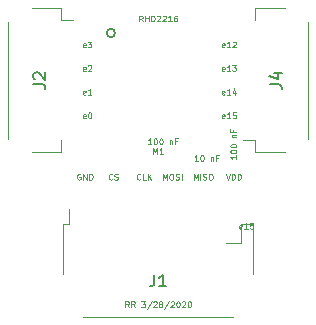
<source format=gbr>
G04 #@! TF.GenerationSoftware,KiCad,Pcbnew,5.1.5-52549c5~84~ubuntu18.04.1*
G04 #@! TF.CreationDate,2020-03-28T18:13:44-07:00*
G04 #@! TF.ProjectId,somos_wristband_2.0,736f6d6f-735f-4777-9269-737462616e64,rev?*
G04 #@! TF.SameCoordinates,Original*
G04 #@! TF.FileFunction,Legend,Top*
G04 #@! TF.FilePolarity,Positive*
%FSLAX46Y46*%
G04 Gerber Fmt 4.6, Leading zero omitted, Abs format (unit mm)*
G04 Created by KiCad (PCBNEW 5.1.5-52549c5~84~ubuntu18.04.1) date 2020-03-28 18:13:44*
%MOMM*%
%LPD*%
G04 APERTURE LIST*
%ADD10C,0.050000*%
%ADD11C,0.100000*%
%ADD12C,0.150000*%
%ADD13C,0.120000*%
G04 APERTURE END LIST*
D10*
X155619047Y-112202380D02*
X155571428Y-112226190D01*
X155476190Y-112226190D01*
X155428571Y-112202380D01*
X155404761Y-112154761D01*
X155404761Y-111964285D01*
X155428571Y-111916666D01*
X155476190Y-111892857D01*
X155571428Y-111892857D01*
X155619047Y-111916666D01*
X155642857Y-111964285D01*
X155642857Y-112011904D01*
X155404761Y-112059523D01*
X156119047Y-112226190D02*
X155833333Y-112226190D01*
X155976190Y-112226190D02*
X155976190Y-111726190D01*
X155928571Y-111797619D01*
X155880952Y-111845238D01*
X155833333Y-111869047D01*
X156571428Y-111726190D02*
X156333333Y-111726190D01*
X156309523Y-111964285D01*
X156333333Y-111940476D01*
X156380952Y-111916666D01*
X156500000Y-111916666D01*
X156547619Y-111940476D01*
X156571428Y-111964285D01*
X156595238Y-112011904D01*
X156595238Y-112130952D01*
X156571428Y-112178571D01*
X156547619Y-112202380D01*
X156500000Y-112226190D01*
X156380952Y-112226190D01*
X156333333Y-112202380D01*
X156309523Y-112178571D01*
D11*
X147523809Y-128226190D02*
X147357142Y-127988095D01*
X147238095Y-128226190D02*
X147238095Y-127726190D01*
X147428571Y-127726190D01*
X147476190Y-127750000D01*
X147500000Y-127773809D01*
X147523809Y-127821428D01*
X147523809Y-127892857D01*
X147500000Y-127940476D01*
X147476190Y-127964285D01*
X147428571Y-127988095D01*
X147238095Y-127988095D01*
X148023809Y-128226190D02*
X147857142Y-127988095D01*
X147738095Y-128226190D02*
X147738095Y-127726190D01*
X147928571Y-127726190D01*
X147976190Y-127750000D01*
X148000000Y-127773809D01*
X148023809Y-127821428D01*
X148023809Y-127892857D01*
X148000000Y-127940476D01*
X147976190Y-127964285D01*
X147928571Y-127988095D01*
X147738095Y-127988095D01*
X148571428Y-127726190D02*
X148880952Y-127726190D01*
X148714285Y-127916666D01*
X148785714Y-127916666D01*
X148833333Y-127940476D01*
X148857142Y-127964285D01*
X148880952Y-128011904D01*
X148880952Y-128130952D01*
X148857142Y-128178571D01*
X148833333Y-128202380D01*
X148785714Y-128226190D01*
X148642857Y-128226190D01*
X148595238Y-128202380D01*
X148571428Y-128178571D01*
X149452380Y-127702380D02*
X149023809Y-128345238D01*
X149595238Y-127773809D02*
X149619047Y-127750000D01*
X149666666Y-127726190D01*
X149785714Y-127726190D01*
X149833333Y-127750000D01*
X149857142Y-127773809D01*
X149880952Y-127821428D01*
X149880952Y-127869047D01*
X149857142Y-127940476D01*
X149571428Y-128226190D01*
X149880952Y-128226190D01*
X150166666Y-127940476D02*
X150119047Y-127916666D01*
X150095238Y-127892857D01*
X150071428Y-127845238D01*
X150071428Y-127821428D01*
X150095238Y-127773809D01*
X150119047Y-127750000D01*
X150166666Y-127726190D01*
X150261904Y-127726190D01*
X150309523Y-127750000D01*
X150333333Y-127773809D01*
X150357142Y-127821428D01*
X150357142Y-127845238D01*
X150333333Y-127892857D01*
X150309523Y-127916666D01*
X150261904Y-127940476D01*
X150166666Y-127940476D01*
X150119047Y-127964285D01*
X150095238Y-127988095D01*
X150071428Y-128035714D01*
X150071428Y-128130952D01*
X150095238Y-128178571D01*
X150119047Y-128202380D01*
X150166666Y-128226190D01*
X150261904Y-128226190D01*
X150309523Y-128202380D01*
X150333333Y-128178571D01*
X150357142Y-128130952D01*
X150357142Y-128035714D01*
X150333333Y-127988095D01*
X150309523Y-127964285D01*
X150261904Y-127940476D01*
X150928571Y-127702380D02*
X150500000Y-128345238D01*
X151071428Y-127773809D02*
X151095238Y-127750000D01*
X151142857Y-127726190D01*
X151261904Y-127726190D01*
X151309523Y-127750000D01*
X151333333Y-127773809D01*
X151357142Y-127821428D01*
X151357142Y-127869047D01*
X151333333Y-127940476D01*
X151047619Y-128226190D01*
X151357142Y-128226190D01*
X151666666Y-127726190D02*
X151714285Y-127726190D01*
X151761904Y-127750000D01*
X151785714Y-127773809D01*
X151809523Y-127821428D01*
X151833333Y-127916666D01*
X151833333Y-128035714D01*
X151809523Y-128130952D01*
X151785714Y-128178571D01*
X151761904Y-128202380D01*
X151714285Y-128226190D01*
X151666666Y-128226190D01*
X151619047Y-128202380D01*
X151595238Y-128178571D01*
X151571428Y-128130952D01*
X151547619Y-128035714D01*
X151547619Y-127916666D01*
X151571428Y-127821428D01*
X151595238Y-127773809D01*
X151619047Y-127750000D01*
X151666666Y-127726190D01*
X152023809Y-127773809D02*
X152047619Y-127750000D01*
X152095238Y-127726190D01*
X152214285Y-127726190D01*
X152261904Y-127750000D01*
X152285714Y-127773809D01*
X152309523Y-127821428D01*
X152309523Y-127869047D01*
X152285714Y-127940476D01*
X152000000Y-128226190D01*
X152309523Y-128226190D01*
X152619047Y-127726190D02*
X152666666Y-127726190D01*
X152714285Y-127750000D01*
X152738095Y-127773809D01*
X152761904Y-127821428D01*
X152785714Y-127916666D01*
X152785714Y-128035714D01*
X152761904Y-128130952D01*
X152738095Y-128178571D01*
X152714285Y-128202380D01*
X152666666Y-128226190D01*
X152619047Y-128226190D01*
X152571428Y-128202380D01*
X152547619Y-128178571D01*
X152523809Y-128130952D01*
X152500000Y-128035714D01*
X152500000Y-127916666D01*
X152523809Y-127821428D01*
X152547619Y-127773809D01*
X152571428Y-127750000D01*
X152619047Y-127726190D01*
D10*
X157099047Y-121550380D02*
X157051428Y-121574190D01*
X156956190Y-121574190D01*
X156908571Y-121550380D01*
X156884761Y-121502761D01*
X156884761Y-121312285D01*
X156908571Y-121264666D01*
X156956190Y-121240857D01*
X157051428Y-121240857D01*
X157099047Y-121264666D01*
X157122857Y-121312285D01*
X157122857Y-121359904D01*
X156884761Y-121407523D01*
X157599047Y-121574190D02*
X157313333Y-121574190D01*
X157456190Y-121574190D02*
X157456190Y-121074190D01*
X157408571Y-121145619D01*
X157360952Y-121193238D01*
X157313333Y-121217047D01*
X158051428Y-121074190D02*
X157813333Y-121074190D01*
X157789523Y-121312285D01*
X157813333Y-121288476D01*
X157860952Y-121264666D01*
X157980000Y-121264666D01*
X158027619Y-121288476D01*
X158051428Y-121312285D01*
X158075238Y-121359904D01*
X158075238Y-121478952D01*
X158051428Y-121526571D01*
X158027619Y-121550380D01*
X157980000Y-121574190D01*
X157860952Y-121574190D01*
X157813333Y-121550380D01*
X157789523Y-121526571D01*
X155619047Y-110202380D02*
X155571428Y-110226190D01*
X155476190Y-110226190D01*
X155428571Y-110202380D01*
X155404761Y-110154761D01*
X155404761Y-109964285D01*
X155428571Y-109916666D01*
X155476190Y-109892857D01*
X155571428Y-109892857D01*
X155619047Y-109916666D01*
X155642857Y-109964285D01*
X155642857Y-110011904D01*
X155404761Y-110059523D01*
X156119047Y-110226190D02*
X155833333Y-110226190D01*
X155976190Y-110226190D02*
X155976190Y-109726190D01*
X155928571Y-109797619D01*
X155880952Y-109845238D01*
X155833333Y-109869047D01*
X156547619Y-109892857D02*
X156547619Y-110226190D01*
X156428571Y-109702380D02*
X156309523Y-110059523D01*
X156619047Y-110059523D01*
X155619047Y-108202380D02*
X155571428Y-108226190D01*
X155476190Y-108226190D01*
X155428571Y-108202380D01*
X155404761Y-108154761D01*
X155404761Y-107964285D01*
X155428571Y-107916666D01*
X155476190Y-107892857D01*
X155571428Y-107892857D01*
X155619047Y-107916666D01*
X155642857Y-107964285D01*
X155642857Y-108011904D01*
X155404761Y-108059523D01*
X156119047Y-108226190D02*
X155833333Y-108226190D01*
X155976190Y-108226190D02*
X155976190Y-107726190D01*
X155928571Y-107797619D01*
X155880952Y-107845238D01*
X155833333Y-107869047D01*
X156285714Y-107726190D02*
X156595238Y-107726190D01*
X156428571Y-107916666D01*
X156500000Y-107916666D01*
X156547619Y-107940476D01*
X156571428Y-107964285D01*
X156595238Y-108011904D01*
X156595238Y-108130952D01*
X156571428Y-108178571D01*
X156547619Y-108202380D01*
X156500000Y-108226190D01*
X156357142Y-108226190D01*
X156309523Y-108202380D01*
X156285714Y-108178571D01*
X155619047Y-106202380D02*
X155571428Y-106226190D01*
X155476190Y-106226190D01*
X155428571Y-106202380D01*
X155404761Y-106154761D01*
X155404761Y-105964285D01*
X155428571Y-105916666D01*
X155476190Y-105892857D01*
X155571428Y-105892857D01*
X155619047Y-105916666D01*
X155642857Y-105964285D01*
X155642857Y-106011904D01*
X155404761Y-106059523D01*
X156119047Y-106226190D02*
X155833333Y-106226190D01*
X155976190Y-106226190D02*
X155976190Y-105726190D01*
X155928571Y-105797619D01*
X155880952Y-105845238D01*
X155833333Y-105869047D01*
X156309523Y-105773809D02*
X156333333Y-105750000D01*
X156380952Y-105726190D01*
X156500000Y-105726190D01*
X156547619Y-105750000D01*
X156571428Y-105773809D01*
X156595238Y-105821428D01*
X156595238Y-105869047D01*
X156571428Y-105940476D01*
X156285714Y-106226190D01*
X156595238Y-106226190D01*
X143857142Y-106202380D02*
X143809523Y-106226190D01*
X143714285Y-106226190D01*
X143666666Y-106202380D01*
X143642857Y-106154761D01*
X143642857Y-105964285D01*
X143666666Y-105916666D01*
X143714285Y-105892857D01*
X143809523Y-105892857D01*
X143857142Y-105916666D01*
X143880952Y-105964285D01*
X143880952Y-106011904D01*
X143642857Y-106059523D01*
X144047619Y-105726190D02*
X144357142Y-105726190D01*
X144190476Y-105916666D01*
X144261904Y-105916666D01*
X144309523Y-105940476D01*
X144333333Y-105964285D01*
X144357142Y-106011904D01*
X144357142Y-106130952D01*
X144333333Y-106178571D01*
X144309523Y-106202380D01*
X144261904Y-106226190D01*
X144119047Y-106226190D01*
X144071428Y-106202380D01*
X144047619Y-106178571D01*
X143857142Y-108202380D02*
X143809523Y-108226190D01*
X143714285Y-108226190D01*
X143666666Y-108202380D01*
X143642857Y-108154761D01*
X143642857Y-107964285D01*
X143666666Y-107916666D01*
X143714285Y-107892857D01*
X143809523Y-107892857D01*
X143857142Y-107916666D01*
X143880952Y-107964285D01*
X143880952Y-108011904D01*
X143642857Y-108059523D01*
X144071428Y-107773809D02*
X144095238Y-107750000D01*
X144142857Y-107726190D01*
X144261904Y-107726190D01*
X144309523Y-107750000D01*
X144333333Y-107773809D01*
X144357142Y-107821428D01*
X144357142Y-107869047D01*
X144333333Y-107940476D01*
X144047619Y-108226190D01*
X144357142Y-108226190D01*
X143857142Y-110202380D02*
X143809523Y-110226190D01*
X143714285Y-110226190D01*
X143666666Y-110202380D01*
X143642857Y-110154761D01*
X143642857Y-109964285D01*
X143666666Y-109916666D01*
X143714285Y-109892857D01*
X143809523Y-109892857D01*
X143857142Y-109916666D01*
X143880952Y-109964285D01*
X143880952Y-110011904D01*
X143642857Y-110059523D01*
X144357142Y-110226190D02*
X144071428Y-110226190D01*
X144214285Y-110226190D02*
X144214285Y-109726190D01*
X144166666Y-109797619D01*
X144119047Y-109845238D01*
X144071428Y-109869047D01*
X143857142Y-112202380D02*
X143809523Y-112226190D01*
X143714285Y-112226190D01*
X143666666Y-112202380D01*
X143642857Y-112154761D01*
X143642857Y-111964285D01*
X143666666Y-111916666D01*
X143714285Y-111892857D01*
X143809523Y-111892857D01*
X143857142Y-111916666D01*
X143880952Y-111964285D01*
X143880952Y-112011904D01*
X143642857Y-112059523D01*
X144190476Y-111726190D02*
X144238095Y-111726190D01*
X144285714Y-111750000D01*
X144309523Y-111773809D01*
X144333333Y-111821428D01*
X144357142Y-111916666D01*
X144357142Y-112035714D01*
X144333333Y-112130952D01*
X144309523Y-112178571D01*
X144285714Y-112202380D01*
X144238095Y-112226190D01*
X144190476Y-112226190D01*
X144142857Y-112202380D01*
X144119047Y-112178571D01*
X144095238Y-112130952D01*
X144071428Y-112035714D01*
X144071428Y-111916666D01*
X144095238Y-111821428D01*
X144119047Y-111773809D01*
X144142857Y-111750000D01*
X144190476Y-111726190D01*
X146116666Y-117378571D02*
X146092857Y-117402380D01*
X146021428Y-117426190D01*
X145973809Y-117426190D01*
X145902380Y-117402380D01*
X145854761Y-117354761D01*
X145830952Y-117307142D01*
X145807142Y-117211904D01*
X145807142Y-117140476D01*
X145830952Y-117045238D01*
X145854761Y-116997619D01*
X145902380Y-116950000D01*
X145973809Y-116926190D01*
X146021428Y-116926190D01*
X146092857Y-116950000D01*
X146116666Y-116973809D01*
X146307142Y-117402380D02*
X146378571Y-117426190D01*
X146497619Y-117426190D01*
X146545238Y-117402380D01*
X146569047Y-117378571D01*
X146592857Y-117330952D01*
X146592857Y-117283333D01*
X146569047Y-117235714D01*
X146545238Y-117211904D01*
X146497619Y-117188095D01*
X146402380Y-117164285D01*
X146354761Y-117140476D01*
X146330952Y-117116666D01*
X146307142Y-117069047D01*
X146307142Y-117021428D01*
X146330952Y-116973809D01*
X146354761Y-116950000D01*
X146402380Y-116926190D01*
X146521428Y-116926190D01*
X146592857Y-116950000D01*
X148502380Y-117378571D02*
X148478571Y-117402380D01*
X148407142Y-117426190D01*
X148359523Y-117426190D01*
X148288095Y-117402380D01*
X148240476Y-117354761D01*
X148216666Y-117307142D01*
X148192857Y-117211904D01*
X148192857Y-117140476D01*
X148216666Y-117045238D01*
X148240476Y-116997619D01*
X148288095Y-116950000D01*
X148359523Y-116926190D01*
X148407142Y-116926190D01*
X148478571Y-116950000D01*
X148502380Y-116973809D01*
X148954761Y-117426190D02*
X148716666Y-117426190D01*
X148716666Y-116926190D01*
X149121428Y-117426190D02*
X149121428Y-116926190D01*
X149407142Y-117426190D02*
X149192857Y-117140476D01*
X149407142Y-116926190D02*
X149121428Y-117211904D01*
X150414285Y-117426190D02*
X150414285Y-116926190D01*
X150580952Y-117283333D01*
X150747619Y-116926190D01*
X150747619Y-117426190D01*
X151080952Y-116926190D02*
X151176190Y-116926190D01*
X151223809Y-116950000D01*
X151271428Y-116997619D01*
X151295238Y-117092857D01*
X151295238Y-117259523D01*
X151271428Y-117354761D01*
X151223809Y-117402380D01*
X151176190Y-117426190D01*
X151080952Y-117426190D01*
X151033333Y-117402380D01*
X150985714Y-117354761D01*
X150961904Y-117259523D01*
X150961904Y-117092857D01*
X150985714Y-116997619D01*
X151033333Y-116950000D01*
X151080952Y-116926190D01*
X151485714Y-117402380D02*
X151557142Y-117426190D01*
X151676190Y-117426190D01*
X151723809Y-117402380D01*
X151747619Y-117378571D01*
X151771428Y-117330952D01*
X151771428Y-117283333D01*
X151747619Y-117235714D01*
X151723809Y-117211904D01*
X151676190Y-117188095D01*
X151580952Y-117164285D01*
X151533333Y-117140476D01*
X151509523Y-117116666D01*
X151485714Y-117069047D01*
X151485714Y-117021428D01*
X151509523Y-116973809D01*
X151533333Y-116950000D01*
X151580952Y-116926190D01*
X151700000Y-116926190D01*
X151771428Y-116950000D01*
X151985714Y-117426190D02*
X151985714Y-116926190D01*
X153014285Y-117426190D02*
X153014285Y-116926190D01*
X153180952Y-117283333D01*
X153347619Y-116926190D01*
X153347619Y-117426190D01*
X153585714Y-117426190D02*
X153585714Y-116926190D01*
X153800000Y-117402380D02*
X153871428Y-117426190D01*
X153990476Y-117426190D01*
X154038095Y-117402380D01*
X154061904Y-117378571D01*
X154085714Y-117330952D01*
X154085714Y-117283333D01*
X154061904Y-117235714D01*
X154038095Y-117211904D01*
X153990476Y-117188095D01*
X153895238Y-117164285D01*
X153847619Y-117140476D01*
X153823809Y-117116666D01*
X153800000Y-117069047D01*
X153800000Y-117021428D01*
X153823809Y-116973809D01*
X153847619Y-116950000D01*
X153895238Y-116926190D01*
X154014285Y-116926190D01*
X154085714Y-116950000D01*
X154395238Y-116926190D02*
X154490476Y-116926190D01*
X154538095Y-116950000D01*
X154585714Y-116997619D01*
X154609523Y-117092857D01*
X154609523Y-117259523D01*
X154585714Y-117354761D01*
X154538095Y-117402380D01*
X154490476Y-117426190D01*
X154395238Y-117426190D01*
X154347619Y-117402380D01*
X154300000Y-117354761D01*
X154276190Y-117259523D01*
X154276190Y-117092857D01*
X154300000Y-116997619D01*
X154347619Y-116950000D01*
X154395238Y-116926190D01*
X143419047Y-116950000D02*
X143371428Y-116926190D01*
X143300000Y-116926190D01*
X143228571Y-116950000D01*
X143180952Y-116997619D01*
X143157142Y-117045238D01*
X143133333Y-117140476D01*
X143133333Y-117211904D01*
X143157142Y-117307142D01*
X143180952Y-117354761D01*
X143228571Y-117402380D01*
X143300000Y-117426190D01*
X143347619Y-117426190D01*
X143419047Y-117402380D01*
X143442857Y-117378571D01*
X143442857Y-117211904D01*
X143347619Y-117211904D01*
X143657142Y-117426190D02*
X143657142Y-116926190D01*
X143942857Y-117426190D01*
X143942857Y-116926190D01*
X144180952Y-117426190D02*
X144180952Y-116926190D01*
X144300000Y-116926190D01*
X144371428Y-116950000D01*
X144419047Y-116997619D01*
X144442857Y-117045238D01*
X144466666Y-117140476D01*
X144466666Y-117211904D01*
X144442857Y-117307142D01*
X144419047Y-117354761D01*
X144371428Y-117402380D01*
X144300000Y-117426190D01*
X144180952Y-117426190D01*
X155733333Y-116926190D02*
X155900000Y-117426190D01*
X156066666Y-116926190D01*
X156233333Y-117426190D02*
X156233333Y-116926190D01*
X156352380Y-116926190D01*
X156423809Y-116950000D01*
X156471428Y-116997619D01*
X156495238Y-117045238D01*
X156519047Y-117140476D01*
X156519047Y-117211904D01*
X156495238Y-117307142D01*
X156471428Y-117354761D01*
X156423809Y-117402380D01*
X156352380Y-117426190D01*
X156233333Y-117426190D01*
X156733333Y-117426190D02*
X156733333Y-116926190D01*
X156852380Y-116926190D01*
X156923809Y-116950000D01*
X156971428Y-116997619D01*
X156995238Y-117045238D01*
X157019047Y-117140476D01*
X157019047Y-117211904D01*
X156995238Y-117307142D01*
X156971428Y-117354761D01*
X156923809Y-117402380D01*
X156852380Y-117426190D01*
X156733333Y-117426190D01*
D12*
X146360555Y-105000000D02*
G75*
G03X146360555Y-105000000I-360555J0D01*
G01*
D13*
X137315000Y-104060000D02*
X137315000Y-113940000D01*
X141785000Y-115110000D02*
X141785000Y-114060000D01*
X139285000Y-115110000D02*
X141785000Y-115110000D01*
X141785000Y-103940000D02*
X142775000Y-103940000D01*
X141785000Y-102890000D02*
X141785000Y-103940000D01*
X139285000Y-102890000D02*
X141785000Y-102890000D01*
X162685000Y-113940000D02*
X162685000Y-104060000D01*
X158215000Y-102890000D02*
X158215000Y-103940000D01*
X160715000Y-102890000D02*
X158215000Y-102890000D01*
X158215000Y-114060000D02*
X157225000Y-114060000D01*
X158215000Y-115110000D02*
X158215000Y-114060000D01*
X160715000Y-115110000D02*
X158215000Y-115110000D01*
X143660000Y-129010000D02*
X156340000Y-129010000D01*
X157040000Y-122790000D02*
X155760000Y-122790000D01*
X157040000Y-121190000D02*
X157040000Y-122790000D01*
X158060000Y-121190000D02*
X157040000Y-121190000D01*
X158060000Y-125440000D02*
X158060000Y-121190000D01*
X142500000Y-121190000D02*
X142500000Y-119900000D01*
X141940000Y-121190000D02*
X142500000Y-121190000D01*
X141940000Y-125440000D02*
X141940000Y-121190000D01*
D10*
X149595238Y-115226190D02*
X149595238Y-114726190D01*
X149761904Y-115083333D01*
X149928571Y-114726190D01*
X149928571Y-115226190D01*
X150428571Y-115226190D02*
X150142857Y-115226190D01*
X150285714Y-115226190D02*
X150285714Y-114726190D01*
X150238095Y-114797619D01*
X150190476Y-114845238D01*
X150142857Y-114869047D01*
X148690476Y-104026190D02*
X148523809Y-103788095D01*
X148404761Y-104026190D02*
X148404761Y-103526190D01*
X148595238Y-103526190D01*
X148642857Y-103550000D01*
X148666666Y-103573809D01*
X148690476Y-103621428D01*
X148690476Y-103692857D01*
X148666666Y-103740476D01*
X148642857Y-103764285D01*
X148595238Y-103788095D01*
X148404761Y-103788095D01*
X148904761Y-104026190D02*
X148904761Y-103526190D01*
X148904761Y-103764285D02*
X149190476Y-103764285D01*
X149190476Y-104026190D02*
X149190476Y-103526190D01*
X149428571Y-104026190D02*
X149428571Y-103526190D01*
X149547619Y-103526190D01*
X149619047Y-103550000D01*
X149666666Y-103597619D01*
X149690476Y-103645238D01*
X149714285Y-103740476D01*
X149714285Y-103811904D01*
X149690476Y-103907142D01*
X149666666Y-103954761D01*
X149619047Y-104002380D01*
X149547619Y-104026190D01*
X149428571Y-104026190D01*
X149904761Y-103573809D02*
X149928571Y-103550000D01*
X149976190Y-103526190D01*
X150095238Y-103526190D01*
X150142857Y-103550000D01*
X150166666Y-103573809D01*
X150190476Y-103621428D01*
X150190476Y-103669047D01*
X150166666Y-103740476D01*
X149880952Y-104026190D01*
X150190476Y-104026190D01*
X150380952Y-103573809D02*
X150404761Y-103550000D01*
X150452380Y-103526190D01*
X150571428Y-103526190D01*
X150619047Y-103550000D01*
X150642857Y-103573809D01*
X150666666Y-103621428D01*
X150666666Y-103669047D01*
X150642857Y-103740476D01*
X150357142Y-104026190D01*
X150666666Y-104026190D01*
X151142857Y-104026190D02*
X150857142Y-104026190D01*
X151000000Y-104026190D02*
X151000000Y-103526190D01*
X150952380Y-103597619D01*
X150904761Y-103645238D01*
X150857142Y-103669047D01*
X151571428Y-103526190D02*
X151476190Y-103526190D01*
X151428571Y-103550000D01*
X151404761Y-103573809D01*
X151357142Y-103645238D01*
X151333333Y-103740476D01*
X151333333Y-103930952D01*
X151357142Y-103978571D01*
X151380952Y-104002380D01*
X151428571Y-104026190D01*
X151523809Y-104026190D01*
X151571428Y-104002380D01*
X151595238Y-103978571D01*
X151619047Y-103930952D01*
X151619047Y-103811904D01*
X151595238Y-103764285D01*
X151571428Y-103740476D01*
X151523809Y-103716666D01*
X151428571Y-103716666D01*
X151380952Y-103740476D01*
X151357142Y-103764285D01*
X151333333Y-103811904D01*
D12*
X139452380Y-109333333D02*
X140166666Y-109333333D01*
X140309523Y-109380952D01*
X140404761Y-109476190D01*
X140452380Y-109619047D01*
X140452380Y-109714285D01*
X139547619Y-108904761D02*
X139500000Y-108857142D01*
X139452380Y-108761904D01*
X139452380Y-108523809D01*
X139500000Y-108428571D01*
X139547619Y-108380952D01*
X139642857Y-108333333D01*
X139738095Y-108333333D01*
X139880952Y-108380952D01*
X140452380Y-108952380D01*
X140452380Y-108333333D01*
X159452380Y-109333333D02*
X160166666Y-109333333D01*
X160309523Y-109380952D01*
X160404761Y-109476190D01*
X160452380Y-109619047D01*
X160452380Y-109714285D01*
X159785714Y-108428571D02*
X160452380Y-108428571D01*
X159404761Y-108666666D02*
X160119047Y-108904761D01*
X160119047Y-108285714D01*
X149666666Y-125452380D02*
X149666666Y-126166666D01*
X149619047Y-126309523D01*
X149523809Y-126404761D01*
X149380952Y-126452380D01*
X149285714Y-126452380D01*
X150666666Y-126452380D02*
X150095238Y-126452380D01*
X150380952Y-126452380D02*
X150380952Y-125452380D01*
X150285714Y-125595238D01*
X150190476Y-125690476D01*
X150095238Y-125738095D01*
D10*
X153388809Y-115826190D02*
X153103095Y-115826190D01*
X153245952Y-115826190D02*
X153245952Y-115326190D01*
X153198333Y-115397619D01*
X153150714Y-115445238D01*
X153103095Y-115469047D01*
X153698333Y-115326190D02*
X153745952Y-115326190D01*
X153793571Y-115350000D01*
X153817380Y-115373809D01*
X153841190Y-115421428D01*
X153865000Y-115516666D01*
X153865000Y-115635714D01*
X153841190Y-115730952D01*
X153817380Y-115778571D01*
X153793571Y-115802380D01*
X153745952Y-115826190D01*
X153698333Y-115826190D01*
X153650714Y-115802380D01*
X153626904Y-115778571D01*
X153603095Y-115730952D01*
X153579285Y-115635714D01*
X153579285Y-115516666D01*
X153603095Y-115421428D01*
X153626904Y-115373809D01*
X153650714Y-115350000D01*
X153698333Y-115326190D01*
X154460238Y-115492857D02*
X154460238Y-115826190D01*
X154460238Y-115540476D02*
X154484047Y-115516666D01*
X154531666Y-115492857D01*
X154603095Y-115492857D01*
X154650714Y-115516666D01*
X154674523Y-115564285D01*
X154674523Y-115826190D01*
X155079285Y-115564285D02*
X154912619Y-115564285D01*
X154912619Y-115826190D02*
X154912619Y-115326190D01*
X155150714Y-115326190D01*
X149435714Y-114426190D02*
X149150000Y-114426190D01*
X149292857Y-114426190D02*
X149292857Y-113926190D01*
X149245238Y-113997619D01*
X149197619Y-114045238D01*
X149150000Y-114069047D01*
X149745238Y-113926190D02*
X149792857Y-113926190D01*
X149840476Y-113950000D01*
X149864285Y-113973809D01*
X149888095Y-114021428D01*
X149911904Y-114116666D01*
X149911904Y-114235714D01*
X149888095Y-114330952D01*
X149864285Y-114378571D01*
X149840476Y-114402380D01*
X149792857Y-114426190D01*
X149745238Y-114426190D01*
X149697619Y-114402380D01*
X149673809Y-114378571D01*
X149650000Y-114330952D01*
X149626190Y-114235714D01*
X149626190Y-114116666D01*
X149650000Y-114021428D01*
X149673809Y-113973809D01*
X149697619Y-113950000D01*
X149745238Y-113926190D01*
X150221428Y-113926190D02*
X150269047Y-113926190D01*
X150316666Y-113950000D01*
X150340476Y-113973809D01*
X150364285Y-114021428D01*
X150388095Y-114116666D01*
X150388095Y-114235714D01*
X150364285Y-114330952D01*
X150340476Y-114378571D01*
X150316666Y-114402380D01*
X150269047Y-114426190D01*
X150221428Y-114426190D01*
X150173809Y-114402380D01*
X150150000Y-114378571D01*
X150126190Y-114330952D01*
X150102380Y-114235714D01*
X150102380Y-114116666D01*
X150126190Y-114021428D01*
X150150000Y-113973809D01*
X150173809Y-113950000D01*
X150221428Y-113926190D01*
X150983333Y-114092857D02*
X150983333Y-114426190D01*
X150983333Y-114140476D02*
X151007142Y-114116666D01*
X151054761Y-114092857D01*
X151126190Y-114092857D01*
X151173809Y-114116666D01*
X151197619Y-114164285D01*
X151197619Y-114426190D01*
X151602380Y-114164285D02*
X151435714Y-114164285D01*
X151435714Y-114426190D02*
X151435714Y-113926190D01*
X151673809Y-113926190D01*
X156626190Y-115364285D02*
X156626190Y-115650000D01*
X156626190Y-115507142D02*
X156126190Y-115507142D01*
X156197619Y-115554761D01*
X156245238Y-115602380D01*
X156269047Y-115650000D01*
X156126190Y-115054761D02*
X156126190Y-115007142D01*
X156150000Y-114959523D01*
X156173809Y-114935714D01*
X156221428Y-114911904D01*
X156316666Y-114888095D01*
X156435714Y-114888095D01*
X156530952Y-114911904D01*
X156578571Y-114935714D01*
X156602380Y-114959523D01*
X156626190Y-115007142D01*
X156626190Y-115054761D01*
X156602380Y-115102380D01*
X156578571Y-115126190D01*
X156530952Y-115150000D01*
X156435714Y-115173809D01*
X156316666Y-115173809D01*
X156221428Y-115150000D01*
X156173809Y-115126190D01*
X156150000Y-115102380D01*
X156126190Y-115054761D01*
X156126190Y-114578571D02*
X156126190Y-114530952D01*
X156150000Y-114483333D01*
X156173809Y-114459523D01*
X156221428Y-114435714D01*
X156316666Y-114411904D01*
X156435714Y-114411904D01*
X156530952Y-114435714D01*
X156578571Y-114459523D01*
X156602380Y-114483333D01*
X156626190Y-114530952D01*
X156626190Y-114578571D01*
X156602380Y-114626190D01*
X156578571Y-114650000D01*
X156530952Y-114673809D01*
X156435714Y-114697619D01*
X156316666Y-114697619D01*
X156221428Y-114673809D01*
X156173809Y-114650000D01*
X156150000Y-114626190D01*
X156126190Y-114578571D01*
X156292857Y-113816666D02*
X156626190Y-113816666D01*
X156340476Y-113816666D02*
X156316666Y-113792857D01*
X156292857Y-113745238D01*
X156292857Y-113673809D01*
X156316666Y-113626190D01*
X156364285Y-113602380D01*
X156626190Y-113602380D01*
X156364285Y-113197619D02*
X156364285Y-113364285D01*
X156626190Y-113364285D02*
X156126190Y-113364285D01*
X156126190Y-113126190D01*
M02*

</source>
